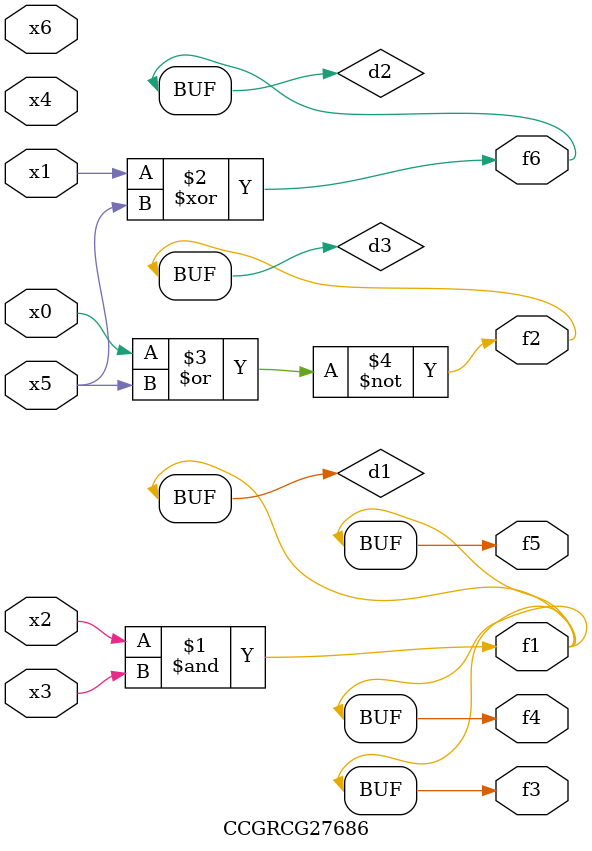
<source format=v>
module CCGRCG27686(
	input x0, x1, x2, x3, x4, x5, x6,
	output f1, f2, f3, f4, f5, f6
);

	wire d1, d2, d3;

	and (d1, x2, x3);
	xor (d2, x1, x5);
	nor (d3, x0, x5);
	assign f1 = d1;
	assign f2 = d3;
	assign f3 = d1;
	assign f4 = d1;
	assign f5 = d1;
	assign f6 = d2;
endmodule

</source>
